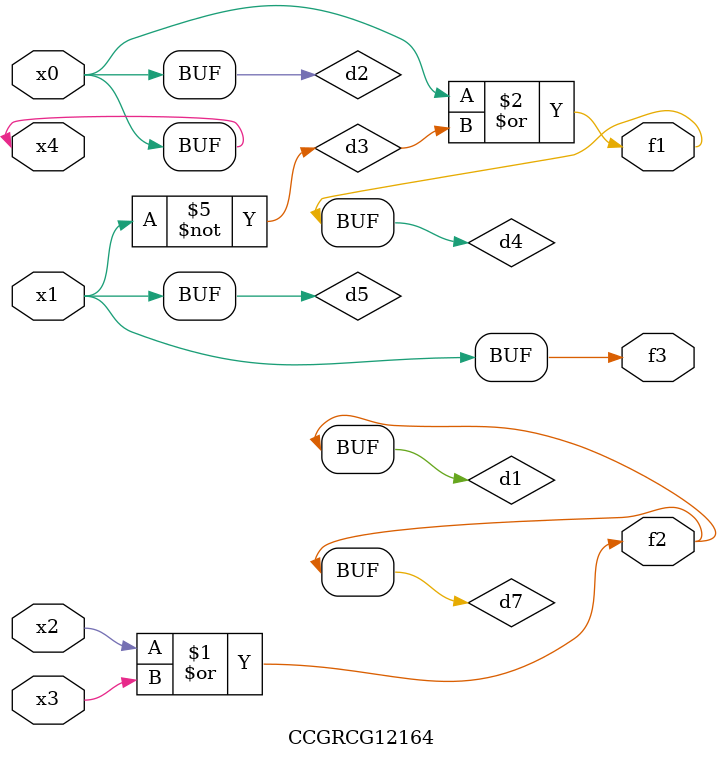
<source format=v>
module CCGRCG12164(
	input x0, x1, x2, x3, x4,
	output f1, f2, f3
);

	wire d1, d2, d3, d4, d5, d6, d7;

	or (d1, x2, x3);
	buf (d2, x0, x4);
	not (d3, x1);
	or (d4, d2, d3);
	not (d5, d3);
	nand (d6, d1, d3);
	or (d7, d1);
	assign f1 = d4;
	assign f2 = d7;
	assign f3 = d5;
endmodule

</source>
